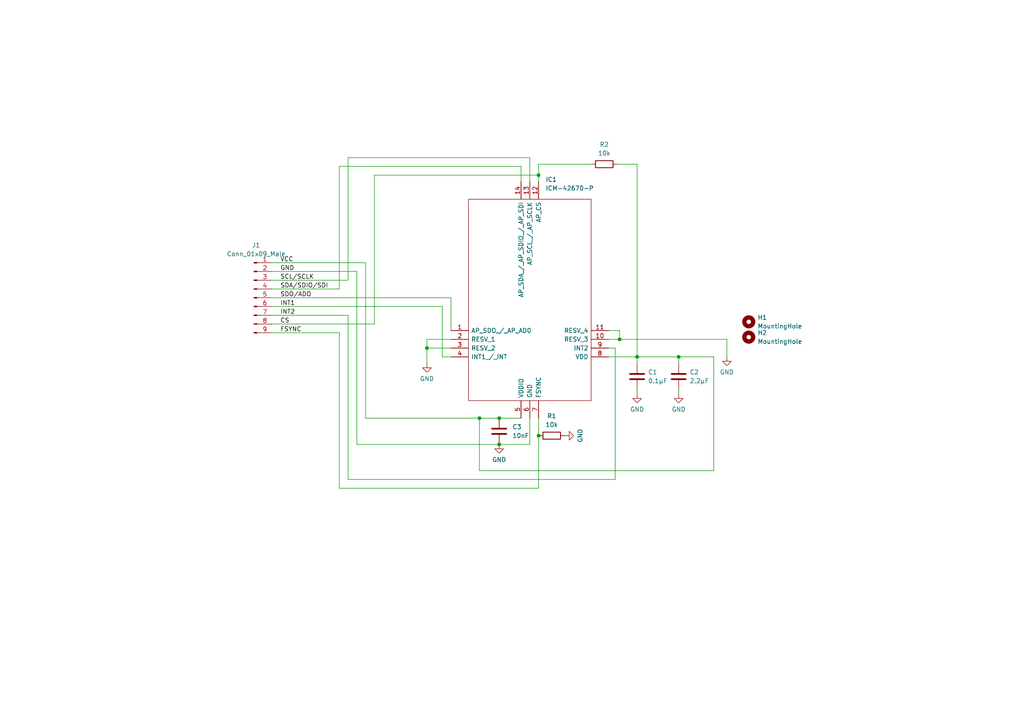
<source format=kicad_sch>
(kicad_sch (version 20211123) (generator eeschema)

  (uuid 6aa6187c-9495-4dd3-b5f7-a42302d02d9a)

  (paper "A4")

  (lib_symbols
    (symbol "Connector:Conn_01x09_Male" (pin_names (offset 1.016) hide) (in_bom yes) (on_board yes)
      (property "Reference" "J" (id 0) (at 0 12.7 0)
        (effects (font (size 1.27 1.27)))
      )
      (property "Value" "Conn_01x09_Male" (id 1) (at 0 -12.7 0)
        (effects (font (size 1.27 1.27)))
      )
      (property "Footprint" "" (id 2) (at 0 0 0)
        (effects (font (size 1.27 1.27)) hide)
      )
      (property "Datasheet" "~" (id 3) (at 0 0 0)
        (effects (font (size 1.27 1.27)) hide)
      )
      (property "ki_keywords" "connector" (id 4) (at 0 0 0)
        (effects (font (size 1.27 1.27)) hide)
      )
      (property "ki_description" "Generic connector, single row, 01x09, script generated (kicad-library-utils/schlib/autogen/connector/)" (id 5) (at 0 0 0)
        (effects (font (size 1.27 1.27)) hide)
      )
      (property "ki_fp_filters" "Connector*:*_1x??_*" (id 6) (at 0 0 0)
        (effects (font (size 1.27 1.27)) hide)
      )
      (symbol "Conn_01x09_Male_1_1"
        (polyline
          (pts
            (xy 1.27 -10.16)
            (xy 0.8636 -10.16)
          )
          (stroke (width 0.1524) (type default) (color 0 0 0 0))
          (fill (type none))
        )
        (polyline
          (pts
            (xy 1.27 -7.62)
            (xy 0.8636 -7.62)
          )
          (stroke (width 0.1524) (type default) (color 0 0 0 0))
          (fill (type none))
        )
        (polyline
          (pts
            (xy 1.27 -5.08)
            (xy 0.8636 -5.08)
          )
          (stroke (width 0.1524) (type default) (color 0 0 0 0))
          (fill (type none))
        )
        (polyline
          (pts
            (xy 1.27 -2.54)
            (xy 0.8636 -2.54)
          )
          (stroke (width 0.1524) (type default) (color 0 0 0 0))
          (fill (type none))
        )
        (polyline
          (pts
            (xy 1.27 0)
            (xy 0.8636 0)
          )
          (stroke (width 0.1524) (type default) (color 0 0 0 0))
          (fill (type none))
        )
        (polyline
          (pts
            (xy 1.27 2.54)
            (xy 0.8636 2.54)
          )
          (stroke (width 0.1524) (type default) (color 0 0 0 0))
          (fill (type none))
        )
        (polyline
          (pts
            (xy 1.27 5.08)
            (xy 0.8636 5.08)
          )
          (stroke (width 0.1524) (type default) (color 0 0 0 0))
          (fill (type none))
        )
        (polyline
          (pts
            (xy 1.27 7.62)
            (xy 0.8636 7.62)
          )
          (stroke (width 0.1524) (type default) (color 0 0 0 0))
          (fill (type none))
        )
        (polyline
          (pts
            (xy 1.27 10.16)
            (xy 0.8636 10.16)
          )
          (stroke (width 0.1524) (type default) (color 0 0 0 0))
          (fill (type none))
        )
        (rectangle (start 0.8636 -10.033) (end 0 -10.287)
          (stroke (width 0.1524) (type default) (color 0 0 0 0))
          (fill (type outline))
        )
        (rectangle (start 0.8636 -7.493) (end 0 -7.747)
          (stroke (width 0.1524) (type default) (color 0 0 0 0))
          (fill (type outline))
        )
        (rectangle (start 0.8636 -4.953) (end 0 -5.207)
          (stroke (width 0.1524) (type default) (color 0 0 0 0))
          (fill (type outline))
        )
        (rectangle (start 0.8636 -2.413) (end 0 -2.667)
          (stroke (width 0.1524) (type default) (color 0 0 0 0))
          (fill (type outline))
        )
        (rectangle (start 0.8636 0.127) (end 0 -0.127)
          (stroke (width 0.1524) (type default) (color 0 0 0 0))
          (fill (type outline))
        )
        (rectangle (start 0.8636 2.667) (end 0 2.413)
          (stroke (width 0.1524) (type default) (color 0 0 0 0))
          (fill (type outline))
        )
        (rectangle (start 0.8636 5.207) (end 0 4.953)
          (stroke (width 0.1524) (type default) (color 0 0 0 0))
          (fill (type outline))
        )
        (rectangle (start 0.8636 7.747) (end 0 7.493)
          (stroke (width 0.1524) (type default) (color 0 0 0 0))
          (fill (type outline))
        )
        (rectangle (start 0.8636 10.287) (end 0 10.033)
          (stroke (width 0.1524) (type default) (color 0 0 0 0))
          (fill (type outline))
        )
        (pin passive line (at 5.08 10.16 180) (length 3.81)
          (name "Pin_1" (effects (font (size 1.27 1.27))))
          (number "1" (effects (font (size 1.27 1.27))))
        )
        (pin passive line (at 5.08 7.62 180) (length 3.81)
          (name "Pin_2" (effects (font (size 1.27 1.27))))
          (number "2" (effects (font (size 1.27 1.27))))
        )
        (pin passive line (at 5.08 5.08 180) (length 3.81)
          (name "Pin_3" (effects (font (size 1.27 1.27))))
          (number "3" (effects (font (size 1.27 1.27))))
        )
        (pin passive line (at 5.08 2.54 180) (length 3.81)
          (name "Pin_4" (effects (font (size 1.27 1.27))))
          (number "4" (effects (font (size 1.27 1.27))))
        )
        (pin passive line (at 5.08 0 180) (length 3.81)
          (name "Pin_5" (effects (font (size 1.27 1.27))))
          (number "5" (effects (font (size 1.27 1.27))))
        )
        (pin passive line (at 5.08 -2.54 180) (length 3.81)
          (name "Pin_6" (effects (font (size 1.27 1.27))))
          (number "6" (effects (font (size 1.27 1.27))))
        )
        (pin passive line (at 5.08 -5.08 180) (length 3.81)
          (name "Pin_7" (effects (font (size 1.27 1.27))))
          (number "7" (effects (font (size 1.27 1.27))))
        )
        (pin passive line (at 5.08 -7.62 180) (length 3.81)
          (name "Pin_8" (effects (font (size 1.27 1.27))))
          (number "8" (effects (font (size 1.27 1.27))))
        )
        (pin passive line (at 5.08 -10.16 180) (length 3.81)
          (name "Pin_9" (effects (font (size 1.27 1.27))))
          (number "9" (effects (font (size 1.27 1.27))))
        )
      )
    )
    (symbol "Device:C" (pin_numbers hide) (pin_names (offset 0.254)) (in_bom yes) (on_board yes)
      (property "Reference" "C" (id 0) (at 0.635 2.54 0)
        (effects (font (size 1.27 1.27)) (justify left))
      )
      (property "Value" "C" (id 1) (at 0.635 -2.54 0)
        (effects (font (size 1.27 1.27)) (justify left))
      )
      (property "Footprint" "" (id 2) (at 0.9652 -3.81 0)
        (effects (font (size 1.27 1.27)) hide)
      )
      (property "Datasheet" "~" (id 3) (at 0 0 0)
        (effects (font (size 1.27 1.27)) hide)
      )
      (property "ki_keywords" "cap capacitor" (id 4) (at 0 0 0)
        (effects (font (size 1.27 1.27)) hide)
      )
      (property "ki_description" "Unpolarized capacitor" (id 5) (at 0 0 0)
        (effects (font (size 1.27 1.27)) hide)
      )
      (property "ki_fp_filters" "C_*" (id 6) (at 0 0 0)
        (effects (font (size 1.27 1.27)) hide)
      )
      (symbol "C_0_1"
        (polyline
          (pts
            (xy -2.032 -0.762)
            (xy 2.032 -0.762)
          )
          (stroke (width 0.508) (type default) (color 0 0 0 0))
          (fill (type none))
        )
        (polyline
          (pts
            (xy -2.032 0.762)
            (xy 2.032 0.762)
          )
          (stroke (width 0.508) (type default) (color 0 0 0 0))
          (fill (type none))
        )
      )
      (symbol "C_1_1"
        (pin passive line (at 0 3.81 270) (length 2.794)
          (name "~" (effects (font (size 1.27 1.27))))
          (number "1" (effects (font (size 1.27 1.27))))
        )
        (pin passive line (at 0 -3.81 90) (length 2.794)
          (name "~" (effects (font (size 1.27 1.27))))
          (number "2" (effects (font (size 1.27 1.27))))
        )
      )
    )
    (symbol "Device:R" (pin_numbers hide) (pin_names (offset 0)) (in_bom yes) (on_board yes)
      (property "Reference" "R" (id 0) (at 2.032 0 90)
        (effects (font (size 1.27 1.27)))
      )
      (property "Value" "R" (id 1) (at 0 0 90)
        (effects (font (size 1.27 1.27)))
      )
      (property "Footprint" "" (id 2) (at -1.778 0 90)
        (effects (font (size 1.27 1.27)) hide)
      )
      (property "Datasheet" "~" (id 3) (at 0 0 0)
        (effects (font (size 1.27 1.27)) hide)
      )
      (property "ki_keywords" "R res resistor" (id 4) (at 0 0 0)
        (effects (font (size 1.27 1.27)) hide)
      )
      (property "ki_description" "Resistor" (id 5) (at 0 0 0)
        (effects (font (size 1.27 1.27)) hide)
      )
      (property "ki_fp_filters" "R_*" (id 6) (at 0 0 0)
        (effects (font (size 1.27 1.27)) hide)
      )
      (symbol "R_0_1"
        (rectangle (start -1.016 -2.54) (end 1.016 2.54)
          (stroke (width 0.254) (type default) (color 0 0 0 0))
          (fill (type none))
        )
      )
      (symbol "R_1_1"
        (pin passive line (at 0 3.81 270) (length 1.27)
          (name "~" (effects (font (size 1.27 1.27))))
          (number "1" (effects (font (size 1.27 1.27))))
        )
        (pin passive line (at 0 -3.81 90) (length 1.27)
          (name "~" (effects (font (size 1.27 1.27))))
          (number "2" (effects (font (size 1.27 1.27))))
        )
      )
    )
    (symbol "LibLoader:ICM-42670-P" (pin_names (offset 0.762)) (in_bom yes) (on_board yes)
      (property "Reference" "IC" (id 0) (at 41.91 43.18 0)
        (effects (font (size 1.27 1.27)) (justify left))
      )
      (property "Value" "ICM-42670-P" (id 1) (at 41.91 40.64 0)
        (effects (font (size 1.27 1.27)) (justify left))
      )
      (property "Footprint" "ICM42670P" (id 2) (at 41.91 38.1 0)
        (effects (font (size 1.27 1.27)) (justify left) hide)
      )
      (property "Datasheet" "https://3cfeqx1hf82y3xcoull08ihx-wpengine.netdna-ssl.com/wp-content/uploads/2021/07/DS-000451-ICM-42670-P-v1.0.pdf" (id 3) (at 41.91 35.56 0)
        (effects (font (size 1.27 1.27)) (justify left) hide)
      )
      (property "Description" "IMUs - Inertial Measurement Units Low-Power, Premium Performance 6-Axis MotionTrackingTM IMU with I3C, I2C and SPI interface in 2.5mm x 3mm Package" (id 4) (at 41.91 33.02 0)
        (effects (font (size 1.27 1.27)) (justify left) hide)
      )
      (property "Height" "" (id 5) (at 41.91 30.48 0)
        (effects (font (size 1.27 1.27)) (justify left) hide)
      )
      (property "Manufacturer_Name" "TDK" (id 6) (at 41.91 27.94 0)
        (effects (font (size 1.27 1.27)) (justify left) hide)
      )
      (property "Manufacturer_Part_Number" "ICM-42670-P" (id 7) (at 41.91 25.4 0)
        (effects (font (size 1.27 1.27)) (justify left) hide)
      )
      (property "Mouser Part Number" "410-ICM-42670-P" (id 8) (at 41.91 22.86 0)
        (effects (font (size 1.27 1.27)) (justify left) hide)
      )
      (property "Mouser Price/Stock" "https://www.mouser.co.uk/ProductDetail/TDK-InvenSense/ICM-42670-P?qs=iLbezkQI%252BsgK8sMF5V7fQQ%3D%3D" (id 9) (at 41.91 20.32 0)
        (effects (font (size 1.27 1.27)) (justify left) hide)
      )
      (property "Arrow Part Number" "ICM-42670-P" (id 10) (at 41.91 17.78 0)
        (effects (font (size 1.27 1.27)) (justify left) hide)
      )
      (property "Arrow Price/Stock" "https://www.arrow.com/en/products/icm-42670-p/invensense?region=europe" (id 11) (at 41.91 15.24 0)
        (effects (font (size 1.27 1.27)) (justify left) hide)
      )
      (property "ki_description" "IMUs - Inertial Measurement Units Low-Power, Premium Performance 6-Axis MotionTrackingTM IMU with I3C, I2C and SPI interface in 2.5mm x 3mm Package" (id 12) (at 0 0 0)
        (effects (font (size 1.27 1.27)) hide)
      )
      (symbol "ICM-42670-P_0_0"
        (pin passive line (at 0 0 0) (length 5.08)
          (name "AP_SDO_/_AP_AD0" (effects (font (size 1.27 1.27))))
          (number "1" (effects (font (size 1.27 1.27))))
        )
        (pin passive line (at 45.72 -2.54 180) (length 5.08)
          (name "RESV_3" (effects (font (size 1.27 1.27))))
          (number "10" (effects (font (size 1.27 1.27))))
        )
        (pin passive line (at 45.72 0 180) (length 5.08)
          (name "RESV_4" (effects (font (size 1.27 1.27))))
          (number "11" (effects (font (size 1.27 1.27))))
        )
        (pin passive line (at 25.4 43.18 270) (length 5.08)
          (name "AP_CS" (effects (font (size 1.27 1.27))))
          (number "12" (effects (font (size 1.27 1.27))))
        )
        (pin passive line (at 22.86 43.18 270) (length 5.08)
          (name "AP_SCL_/_AP_SCLK" (effects (font (size 1.27 1.27))))
          (number "13" (effects (font (size 1.27 1.27))))
        )
        (pin passive line (at 20.32 43.18 270) (length 5.08)
          (name "AP_SDA_/_AP_SDIO_/_AP_SDI" (effects (font (size 1.27 1.27))))
          (number "14" (effects (font (size 1.27 1.27))))
        )
        (pin passive line (at 0 -2.54 0) (length 5.08)
          (name "RESV_1" (effects (font (size 1.27 1.27))))
          (number "2" (effects (font (size 1.27 1.27))))
        )
        (pin passive line (at 0 -5.08 0) (length 5.08)
          (name "RESV_2" (effects (font (size 1.27 1.27))))
          (number "3" (effects (font (size 1.27 1.27))))
        )
        (pin passive line (at 0 -7.62 0) (length 5.08)
          (name "INT1_/_INT" (effects (font (size 1.27 1.27))))
          (number "4" (effects (font (size 1.27 1.27))))
        )
        (pin passive line (at 20.32 -25.4 90) (length 5.08)
          (name "VDDIO" (effects (font (size 1.27 1.27))))
          (number "5" (effects (font (size 1.27 1.27))))
        )
        (pin passive line (at 22.86 -25.4 90) (length 5.08)
          (name "GND" (effects (font (size 1.27 1.27))))
          (number "6" (effects (font (size 1.27 1.27))))
        )
        (pin passive line (at 25.4 -25.4 90) (length 5.08)
          (name "FSYNC" (effects (font (size 1.27 1.27))))
          (number "7" (effects (font (size 1.27 1.27))))
        )
        (pin passive line (at 45.72 -7.62 180) (length 5.08)
          (name "VDD" (effects (font (size 1.27 1.27))))
          (number "8" (effects (font (size 1.27 1.27))))
        )
        (pin passive line (at 45.72 -5.08 180) (length 5.08)
          (name "INT2" (effects (font (size 1.27 1.27))))
          (number "9" (effects (font (size 1.27 1.27))))
        )
      )
      (symbol "ICM-42670-P_0_1"
        (polyline
          (pts
            (xy 5.08 38.1)
            (xy 40.64 38.1)
            (xy 40.64 -20.32)
            (xy 5.08 -20.32)
            (xy 5.08 38.1)
          )
          (stroke (width 0.1524) (type default) (color 0 0 0 0))
          (fill (type none))
        )
      )
    )
    (symbol "Mechanical:MountingHole" (pin_names (offset 1.016)) (in_bom yes) (on_board yes)
      (property "Reference" "H" (id 0) (at 0 5.08 0)
        (effects (font (size 1.27 1.27)))
      )
      (property "Value" "MountingHole" (id 1) (at 0 3.175 0)
        (effects (font (size 1.27 1.27)))
      )
      (property "Footprint" "" (id 2) (at 0 0 0)
        (effects (font (size 1.27 1.27)) hide)
      )
      (property "Datasheet" "~" (id 3) (at 0 0 0)
        (effects (font (size 1.27 1.27)) hide)
      )
      (property "ki_keywords" "mounting hole" (id 4) (at 0 0 0)
        (effects (font (size 1.27 1.27)) hide)
      )
      (property "ki_description" "Mounting Hole without connection" (id 5) (at 0 0 0)
        (effects (font (size 1.27 1.27)) hide)
      )
      (property "ki_fp_filters" "MountingHole*" (id 6) (at 0 0 0)
        (effects (font (size 1.27 1.27)) hide)
      )
      (symbol "MountingHole_0_1"
        (circle (center 0 0) (radius 1.27)
          (stroke (width 1.27) (type default) (color 0 0 0 0))
          (fill (type none))
        )
      )
    )
    (symbol "power:GND" (power) (pin_names (offset 0)) (in_bom yes) (on_board yes)
      (property "Reference" "#PWR" (id 0) (at 0 -6.35 0)
        (effects (font (size 1.27 1.27)) hide)
      )
      (property "Value" "GND" (id 1) (at 0 -3.81 0)
        (effects (font (size 1.27 1.27)))
      )
      (property "Footprint" "" (id 2) (at 0 0 0)
        (effects (font (size 1.27 1.27)) hide)
      )
      (property "Datasheet" "" (id 3) (at 0 0 0)
        (effects (font (size 1.27 1.27)) hide)
      )
      (property "ki_keywords" "power-flag" (id 4) (at 0 0 0)
        (effects (font (size 1.27 1.27)) hide)
      )
      (property "ki_description" "Power symbol creates a global label with name \"GND\" , ground" (id 5) (at 0 0 0)
        (effects (font (size 1.27 1.27)) hide)
      )
      (symbol "GND_0_1"
        (polyline
          (pts
            (xy 0 0)
            (xy 0 -1.27)
            (xy 1.27 -1.27)
            (xy 0 -2.54)
            (xy -1.27 -1.27)
            (xy 0 -1.27)
          )
          (stroke (width 0) (type default) (color 0 0 0 0))
          (fill (type none))
        )
      )
      (symbol "GND_1_1"
        (pin power_in line (at 0 0 270) (length 0) hide
          (name "GND" (effects (font (size 1.27 1.27))))
          (number "1" (effects (font (size 1.27 1.27))))
        )
      )
    )
  )

  (junction (at 156.21 126.365) (diameter 0) (color 0 0 0 0)
    (uuid 0da800c1-0777-45f2-b3f4-db8e6732273d)
  )
  (junction (at 123.825 100.965) (diameter 0) (color 0 0 0 0)
    (uuid 0ff80c18-a128-4c54-b05a-ee5e1b77f6a8)
  )
  (junction (at 139.065 121.285) (diameter 0) (color 0 0 0 0)
    (uuid 3b0bfcd2-73b3-4b21-928a-09d7c95f3782)
  )
  (junction (at 179.705 98.425) (diameter 0) (color 0 0 0 0)
    (uuid 4b906e71-d74c-4538-ae0b-335ec044f8fd)
  )
  (junction (at 144.78 128.905) (diameter 0) (color 0 0 0 0)
    (uuid 4eb3e659-1dd7-4300-9960-b829b32c700e)
  )
  (junction (at 196.85 103.505) (diameter 0) (color 0 0 0 0)
    (uuid c1a662cf-af3a-486b-bcca-4b11eda83ea4)
  )
  (junction (at 184.785 103.505) (diameter 0) (color 0 0 0 0)
    (uuid ddbe3737-81ca-4123-a475-eed48b627b49)
  )
  (junction (at 144.78 121.285) (diameter 0) (color 0 0 0 0)
    (uuid f2a60a6e-5c85-4a3d-94ef-2f72e04e246b)
  )
  (junction (at 156.21 50.8) (diameter 0) (color 0 0 0 0)
    (uuid f2b665be-97f4-40ae-8c15-9550de65595c)
  )

  (wire (pts (xy 108.585 93.98) (xy 78.74 93.98))
    (stroke (width 0) (type default) (color 0 0 0 0))
    (uuid 08278bf4-f6e9-44ff-9adf-6e32e38a8a34)
  )
  (wire (pts (xy 210.82 98.425) (xy 179.705 98.425))
    (stroke (width 0) (type default) (color 0 0 0 0))
    (uuid 0a5c719c-d8d2-4a65-a07a-1e099a6be6cb)
  )
  (wire (pts (xy 153.67 128.905) (xy 144.78 128.905))
    (stroke (width 0) (type default) (color 0 0 0 0))
    (uuid 0dc6b7f8-2ccc-4af7-8e2a-602a94223a91)
  )
  (wire (pts (xy 108.585 50.8) (xy 156.21 50.8))
    (stroke (width 0) (type default) (color 0 0 0 0))
    (uuid 14b9b80e-e851-403c-a8b4-b98cb4b23b9e)
  )
  (wire (pts (xy 156.21 126.365) (xy 156.21 141.605))
    (stroke (width 0) (type default) (color 0 0 0 0))
    (uuid 1b0dd995-389a-48c0-b102-7df1b0fea211)
  )
  (wire (pts (xy 128.27 88.9) (xy 78.74 88.9))
    (stroke (width 0) (type default) (color 0 0 0 0))
    (uuid 23e2adec-786a-4f8e-b554-c8b6b88104f6)
  )
  (wire (pts (xy 207.01 136.525) (xy 139.065 136.525))
    (stroke (width 0) (type default) (color 0 0 0 0))
    (uuid 258f6bb3-5ee1-4e82-adfd-1f3954e6ef81)
  )
  (wire (pts (xy 196.85 113.03) (xy 196.85 114.3))
    (stroke (width 0) (type default) (color 0 0 0 0))
    (uuid 284d9e68-0db5-4a60-9976-201516ad8dab)
  )
  (wire (pts (xy 130.81 98.425) (xy 123.825 98.425))
    (stroke (width 0) (type default) (color 0 0 0 0))
    (uuid 2e5760a1-b110-41d2-85f0-131f2c8c192b)
  )
  (wire (pts (xy 108.585 50.8) (xy 108.585 93.98))
    (stroke (width 0) (type default) (color 0 0 0 0))
    (uuid 331ca668-bbf5-48b1-aed8-54ff81d05714)
  )
  (wire (pts (xy 207.01 103.505) (xy 207.01 136.525))
    (stroke (width 0) (type default) (color 0 0 0 0))
    (uuid 3390f95b-f427-452c-ba0f-36ede5955ad1)
  )
  (wire (pts (xy 176.53 100.965) (xy 178.435 100.965))
    (stroke (width 0) (type default) (color 0 0 0 0))
    (uuid 37e9674c-2f6c-4e0e-b6f5-c4615d1983c4)
  )
  (wire (pts (xy 153.67 121.285) (xy 153.67 128.905))
    (stroke (width 0) (type default) (color 0 0 0 0))
    (uuid 3c45b20a-b496-47fb-b751-38620ce2c315)
  )
  (wire (pts (xy 144.78 121.285) (xy 151.13 121.285))
    (stroke (width 0) (type default) (color 0 0 0 0))
    (uuid 3d8756c9-d5b3-44a9-9aec-f289a2fba65d)
  )
  (wire (pts (xy 144.78 128.905) (xy 103.505 128.905))
    (stroke (width 0) (type default) (color 0 0 0 0))
    (uuid 3e5035bf-d131-4e92-af68-3a30370f3617)
  )
  (wire (pts (xy 130.81 86.36) (xy 78.74 86.36))
    (stroke (width 0) (type default) (color 0 0 0 0))
    (uuid 44a563e6-5e10-4ff6-a1a3-f098fe4060f8)
  )
  (wire (pts (xy 78.74 96.52) (xy 98.425 96.52))
    (stroke (width 0) (type default) (color 0 0 0 0))
    (uuid 476668cb-ed93-4eab-b6c6-5e5ae3813980)
  )
  (wire (pts (xy 100.965 45.72) (xy 153.67 45.72))
    (stroke (width 0) (type default) (color 0 0 0 0))
    (uuid 48970dcd-529a-468f-bfa0-d296620d18aa)
  )
  (wire (pts (xy 98.425 141.605) (xy 156.21 141.605))
    (stroke (width 0) (type default) (color 0 0 0 0))
    (uuid 4a5bd3f3-d3ac-411e-b130-ba2447d7953a)
  )
  (wire (pts (xy 98.425 141.605) (xy 98.425 96.52))
    (stroke (width 0) (type default) (color 0 0 0 0))
    (uuid 532dd6eb-45c1-451a-95c3-e5be817d495e)
  )
  (wire (pts (xy 156.21 50.8) (xy 156.21 47.625))
    (stroke (width 0) (type default) (color 0 0 0 0))
    (uuid 57a3c5f6-ae35-4790-a9c5-c9c045528cc1)
  )
  (wire (pts (xy 178.435 139.065) (xy 100.965 139.065))
    (stroke (width 0) (type default) (color 0 0 0 0))
    (uuid 57f4e06f-ca8d-4e2b-8f8a-740faccaaf96)
  )
  (wire (pts (xy 176.53 95.885) (xy 179.705 95.885))
    (stroke (width 0) (type default) (color 0 0 0 0))
    (uuid 5a3f901f-e3ee-4f1c-9eb1-2dac880c8ab8)
  )
  (wire (pts (xy 98.425 48.26) (xy 98.425 83.82))
    (stroke (width 0) (type default) (color 0 0 0 0))
    (uuid 5bbe8fa2-f467-4753-8582-736377f824c1)
  )
  (wire (pts (xy 176.53 103.505) (xy 184.785 103.505))
    (stroke (width 0) (type default) (color 0 0 0 0))
    (uuid 635f7afe-5652-40e4-9e28-0568ce7f9259)
  )
  (wire (pts (xy 196.85 103.505) (xy 207.01 103.505))
    (stroke (width 0) (type default) (color 0 0 0 0))
    (uuid 6893be59-312f-4ef3-ba81-abb9baffb8d1)
  )
  (wire (pts (xy 100.965 91.44) (xy 100.965 139.065))
    (stroke (width 0) (type default) (color 0 0 0 0))
    (uuid 6d143a5f-8ac7-4a42-a4e7-533597acdb0e)
  )
  (wire (pts (xy 196.85 103.505) (xy 184.785 103.505))
    (stroke (width 0) (type default) (color 0 0 0 0))
    (uuid 7216ea7e-dd74-4c04-9656-feadbe5c99f4)
  )
  (wire (pts (xy 98.425 83.82) (xy 78.74 83.82))
    (stroke (width 0) (type default) (color 0 0 0 0))
    (uuid 77d4d80e-f043-4268-b9e4-ba4e66d59abe)
  )
  (wire (pts (xy 151.13 52.705) (xy 151.13 48.26))
    (stroke (width 0) (type default) (color 0 0 0 0))
    (uuid 782a07c0-2ce4-48e8-8445-8eadb76ad553)
  )
  (wire (pts (xy 139.065 121.285) (xy 144.78 121.285))
    (stroke (width 0) (type default) (color 0 0 0 0))
    (uuid 7a2491f6-eb44-4102-bfd0-bf232cc6447a)
  )
  (wire (pts (xy 184.785 105.41) (xy 184.785 103.505))
    (stroke (width 0) (type default) (color 0 0 0 0))
    (uuid 7beb8328-0cdc-493f-8c3c-1ec52b130b19)
  )
  (wire (pts (xy 123.825 100.965) (xy 130.81 100.965))
    (stroke (width 0) (type default) (color 0 0 0 0))
    (uuid 7d0c2f89-fe19-422e-aa8b-3954aa4aa131)
  )
  (wire (pts (xy 151.13 48.26) (xy 98.425 48.26))
    (stroke (width 0) (type default) (color 0 0 0 0))
    (uuid 7d517f7f-9b24-4ee8-a5cd-861e01b0cbc0)
  )
  (wire (pts (xy 103.505 128.905) (xy 103.505 78.74))
    (stroke (width 0) (type default) (color 0 0 0 0))
    (uuid 804ce262-a6e2-4f53-a9f8-95c4bbbc933f)
  )
  (wire (pts (xy 139.065 136.525) (xy 139.065 121.285))
    (stroke (width 0) (type default) (color 0 0 0 0))
    (uuid 8ea4bec1-c534-4a9c-900e-29850e126eb8)
  )
  (wire (pts (xy 130.81 103.505) (xy 128.27 103.505))
    (stroke (width 0) (type default) (color 0 0 0 0))
    (uuid 909aa3aa-a65d-472b-bd5f-c1fa04903a2f)
  )
  (wire (pts (xy 179.705 95.885) (xy 179.705 98.425))
    (stroke (width 0) (type default) (color 0 0 0 0))
    (uuid 954a6d1b-991d-4480-a2e7-81aae0b7241a)
  )
  (wire (pts (xy 128.27 88.9) (xy 128.27 103.505))
    (stroke (width 0) (type default) (color 0 0 0 0))
    (uuid 97864ba0-2cf1-4e4a-a21a-348acaabc3fe)
  )
  (wire (pts (xy 139.065 121.285) (xy 106.045 121.285))
    (stroke (width 0) (type default) (color 0 0 0 0))
    (uuid 97c14092-638b-44ed-a9ca-d1275f00e102)
  )
  (wire (pts (xy 184.785 47.625) (xy 179.07 47.625))
    (stroke (width 0) (type default) (color 0 0 0 0))
    (uuid 9b69837d-437d-4f11-beee-180ac7928c37)
  )
  (wire (pts (xy 130.81 95.885) (xy 130.81 86.36))
    (stroke (width 0) (type default) (color 0 0 0 0))
    (uuid 9ec90f57-6c82-4907-b81d-40fec79e711b)
  )
  (wire (pts (xy 106.045 76.2) (xy 78.74 76.2))
    (stroke (width 0) (type default) (color 0 0 0 0))
    (uuid a196f5bf-be1d-4e37-bd4c-b27ba5e9b7ce)
  )
  (wire (pts (xy 100.965 81.28) (xy 78.74 81.28))
    (stroke (width 0) (type default) (color 0 0 0 0))
    (uuid abf81e1d-0a38-41aa-8016-b4092fc71abe)
  )
  (wire (pts (xy 178.435 100.965) (xy 178.435 139.065))
    (stroke (width 0) (type default) (color 0 0 0 0))
    (uuid b4fced56-7395-4cec-beee-d728fab2953b)
  )
  (wire (pts (xy 100.965 91.44) (xy 78.74 91.44))
    (stroke (width 0) (type default) (color 0 0 0 0))
    (uuid b6b0b082-3ad5-486d-9247-7e4db31838ef)
  )
  (wire (pts (xy 103.505 78.74) (xy 78.74 78.74))
    (stroke (width 0) (type default) (color 0 0 0 0))
    (uuid c32aae8c-85d8-40e1-8d34-d6c65969dc68)
  )
  (wire (pts (xy 106.045 121.285) (xy 106.045 76.2))
    (stroke (width 0) (type default) (color 0 0 0 0))
    (uuid c4fbd63d-fa0d-483e-b447-a2bcb1e51d7b)
  )
  (wire (pts (xy 123.825 98.425) (xy 123.825 100.965))
    (stroke (width 0) (type default) (color 0 0 0 0))
    (uuid c6a74b6e-5628-4a59-819e-4927741eac0a)
  )
  (wire (pts (xy 100.965 45.72) (xy 100.965 81.28))
    (stroke (width 0) (type default) (color 0 0 0 0))
    (uuid cafaa590-ddf3-45bf-92ff-39086ea51d86)
  )
  (wire (pts (xy 156.21 121.285) (xy 156.21 126.365))
    (stroke (width 0) (type default) (color 0 0 0 0))
    (uuid cc453868-b015-431a-bc1d-df2932da9003)
  )
  (wire (pts (xy 210.82 103.505) (xy 210.82 98.425))
    (stroke (width 0) (type default) (color 0 0 0 0))
    (uuid d467d13a-bd59-4828-b5e4-d8b6a0a7191f)
  )
  (wire (pts (xy 184.785 103.505) (xy 184.785 47.625))
    (stroke (width 0) (type default) (color 0 0 0 0))
    (uuid d51e6566-6a4c-481f-95e7-4fbcbeb044af)
  )
  (wire (pts (xy 156.21 47.625) (xy 171.45 47.625))
    (stroke (width 0) (type default) (color 0 0 0 0))
    (uuid dca474f7-8c4d-4a65-b8f2-d6aa919d3a8f)
  )
  (wire (pts (xy 123.825 105.41) (xy 123.825 100.965))
    (stroke (width 0) (type default) (color 0 0 0 0))
    (uuid e006f465-a79e-453e-8d68-b7b74db329c7)
  )
  (wire (pts (xy 196.85 105.41) (xy 196.85 103.505))
    (stroke (width 0) (type default) (color 0 0 0 0))
    (uuid e400673e-ac50-43e0-9639-03d249fb1d2b)
  )
  (wire (pts (xy 179.705 98.425) (xy 176.53 98.425))
    (stroke (width 0) (type default) (color 0 0 0 0))
    (uuid ea48606d-c90b-456a-9e1d-936bbed276e7)
  )
  (wire (pts (xy 153.67 52.705) (xy 153.67 45.72))
    (stroke (width 0) (type default) (color 0 0 0 0))
    (uuid eb318edc-8b7a-431b-b85e-bdcaec8aa431)
  )
  (wire (pts (xy 184.785 113.03) (xy 184.785 114.3))
    (stroke (width 0) (type default) (color 0 0 0 0))
    (uuid ec9eb852-ab25-4b4d-93c8-78b9a37c585d)
  )
  (wire (pts (xy 156.21 50.8) (xy 156.21 52.705))
    (stroke (width 0) (type default) (color 0 0 0 0))
    (uuid fa2b69e3-c6e0-4db4-9632-3639643efa12)
  )

  (label "VCC" (at 81.28 76.2 0)
    (effects (font (size 1.27 1.27)) (justify left bottom))
    (uuid 2de14855-99b9-4e80-ab04-2f4d0794d55e)
  )
  (label "SCL{slash}SCLK" (at 81.28 81.28 0)
    (effects (font (size 1.27 1.27)) (justify left bottom))
    (uuid 534e9e5d-fb01-4b0f-b809-554641fc4483)
  )
  (label "INT1" (at 81.28 88.9 0)
    (effects (font (size 1.27 1.27)) (justify left bottom))
    (uuid 59a542be-bb0f-4fe6-b30a-600d14f5e5af)
  )
  (label "SDO{slash}ADO" (at 81.28 86.36 0)
    (effects (font (size 1.27 1.27)) (justify left bottom))
    (uuid 754ccc35-d988-411d-ac9d-7008e0c35475)
  )
  (label "INT2" (at 81.28 91.44 0)
    (effects (font (size 1.27 1.27)) (justify left bottom))
    (uuid 78ad5942-dcce-4cbf-9342-655eff4f2a06)
  )
  (label "FSYNC" (at 81.28 96.52 0)
    (effects (font (size 1.27 1.27)) (justify left bottom))
    (uuid 9fa6f85c-08e7-4405-8cfb-44e0c1d18e63)
  )
  (label "CS" (at 81.28 93.98 0)
    (effects (font (size 1.27 1.27)) (justify left bottom))
    (uuid a9a2eff8-153e-42e1-90bd-6f1168476c6a)
  )
  (label "GND" (at 81.28 78.74 0)
    (effects (font (size 1.27 1.27)) (justify left bottom))
    (uuid bc8e9dce-0132-4f8b-85d2-09027f01ee9f)
  )
  (label "SDA{slash}SDIO{slash}SDI" (at 81.28 83.82 0)
    (effects (font (size 1.27 1.27)) (justify left bottom))
    (uuid c326721a-2b0f-4317-9f36-121e2a831439)
  )

  (symbol (lib_id "Connector:Conn_01x09_Male") (at 73.66 86.36 0) (unit 1)
    (in_bom yes) (on_board yes) (fields_autoplaced)
    (uuid 03ae3e0f-099f-41af-a118-b24c897d0ef8)
    (property "Reference" "J1" (id 0) (at 74.295 71.12 0))
    (property "Value" "Conn_01x09_Male" (id 1) (at 74.295 73.66 0))
    (property "Footprint" "Connector_PinHeader_2.54mm:PinHeader_1x09_P2.54mm_Vertical" (id 2) (at 73.66 86.36 0)
      (effects (font (size 1.27 1.27)) hide)
    )
    (property "Datasheet" "~" (id 3) (at 73.66 86.36 0)
      (effects (font (size 1.27 1.27)) hide)
    )
    (pin "1" (uuid 7b8d4e58-bccc-4cdc-98dc-98cc98a66f7a))
    (pin "2" (uuid b5c20cf4-39c6-40f0-980b-c945d56e6f3f))
    (pin "3" (uuid aa613cc5-2df5-41eb-8af3-0db5834d4c7e))
    (pin "4" (uuid 8bb34807-5dd1-4509-84cc-7e5855995878))
    (pin "5" (uuid 3db401ec-2d3d-4ed5-8b26-ca34af82897f))
    (pin "6" (uuid f973c8d0-2fe7-4dae-8e3f-7b6063626f6c))
    (pin "7" (uuid a09c9501-e322-4545-af39-824026d143fa))
    (pin "8" (uuid dee0694a-07c9-4142-9f79-a56107b39c37))
    (pin "9" (uuid 5d55c880-33ce-4dac-ae7b-0bdaef3b670f))
  )

  (symbol (lib_id "Device:C") (at 144.78 125.095 0) (unit 1)
    (in_bom yes) (on_board yes) (fields_autoplaced)
    (uuid 25c2e8f7-73e2-4d38-a887-dc5e97394ceb)
    (property "Reference" "C3" (id 0) (at 148.59 123.8249 0)
      (effects (font (size 1.27 1.27)) (justify left))
    )
    (property "Value" "10nF" (id 1) (at 148.59 126.3649 0)
      (effects (font (size 1.27 1.27)) (justify left))
    )
    (property "Footprint" "Capacitor_SMD:C_0805_2012Metric_Pad1.18x1.45mm_HandSolder" (id 2) (at 145.7452 128.905 0)
      (effects (font (size 1.27 1.27)) hide)
    )
    (property "Datasheet" "~" (id 3) (at 144.78 125.095 0)
      (effects (font (size 1.27 1.27)) hide)
    )
    (pin "1" (uuid 7a1faa04-b241-4776-9681-af32d99b7d3e))
    (pin "2" (uuid ec9558f6-6010-4f36-b45a-ff82fb8b3b62))
  )

  (symbol (lib_id "Device:C") (at 184.785 109.22 0) (unit 1)
    (in_bom yes) (on_board yes) (fields_autoplaced)
    (uuid 2822e040-c3c5-4304-bdbc-b8c43da3dd98)
    (property "Reference" "C1" (id 0) (at 187.96 107.9499 0)
      (effects (font (size 1.27 1.27)) (justify left))
    )
    (property "Value" "0.1µF" (id 1) (at 187.96 110.4899 0)
      (effects (font (size 1.27 1.27)) (justify left))
    )
    (property "Footprint" "Capacitor_SMD:C_0805_2012Metric_Pad1.18x1.45mm_HandSolder" (id 2) (at 185.7502 113.03 0)
      (effects (font (size 1.27 1.27)) hide)
    )
    (property "Datasheet" "~" (id 3) (at 184.785 109.22 0)
      (effects (font (size 1.27 1.27)) hide)
    )
    (pin "1" (uuid 02409b54-b605-4788-a55b-fd45181834ee))
    (pin "2" (uuid 7058f660-6693-4163-af96-a36594738131))
  )

  (symbol (lib_id "power:GND") (at 184.785 114.3 0) (unit 1)
    (in_bom yes) (on_board yes) (fields_autoplaced)
    (uuid 29de87a3-c6f7-4a70-8ebf-f7b2fccf4b8b)
    (property "Reference" "#PWR0103" (id 0) (at 184.785 120.65 0)
      (effects (font (size 1.27 1.27)) hide)
    )
    (property "Value" "GND" (id 1) (at 184.785 118.745 0))
    (property "Footprint" "" (id 2) (at 184.785 114.3 0)
      (effects (font (size 1.27 1.27)) hide)
    )
    (property "Datasheet" "" (id 3) (at 184.785 114.3 0)
      (effects (font (size 1.27 1.27)) hide)
    )
    (pin "1" (uuid a3c2f727-5e5b-4642-a67d-0f7dc67576f1))
  )

  (symbol (lib_id "power:GND") (at 123.825 105.41 0) (unit 1)
    (in_bom yes) (on_board yes)
    (uuid 7439dfb7-6cc5-4977-9ddc-879533517bd8)
    (property "Reference" "#PWR0104" (id 0) (at 123.825 111.76 0)
      (effects (font (size 1.27 1.27)) hide)
    )
    (property "Value" "GND" (id 1) (at 123.825 109.855 0))
    (property "Footprint" "" (id 2) (at 123.825 105.41 0)
      (effects (font (size 1.27 1.27)) hide)
    )
    (property "Datasheet" "" (id 3) (at 123.825 105.41 0)
      (effects (font (size 1.27 1.27)) hide)
    )
    (pin "1" (uuid 5e7cb2c1-0b1a-4782-81ac-2b94f7efe0c2))
  )

  (symbol (lib_id "power:GND") (at 210.82 103.505 0) (unit 1)
    (in_bom yes) (on_board yes)
    (uuid 814c01df-e407-4b4b-972c-5dc7f9a1f559)
    (property "Reference" "#PWR0102" (id 0) (at 210.82 109.855 0)
      (effects (font (size 1.27 1.27)) hide)
    )
    (property "Value" "GND" (id 1) (at 210.82 107.95 0))
    (property "Footprint" "" (id 2) (at 210.82 103.505 0)
      (effects (font (size 1.27 1.27)) hide)
    )
    (property "Datasheet" "" (id 3) (at 210.82 103.505 0)
      (effects (font (size 1.27 1.27)) hide)
    )
    (pin "1" (uuid 22e269f6-589c-4f57-abb6-71c87efab7f4))
  )

  (symbol (lib_id "power:GND") (at 163.83 126.365 90) (unit 1)
    (in_bom yes) (on_board yes)
    (uuid a61201b8-307e-4f39-9ef1-7c84fbc3b913)
    (property "Reference" "#PWR0106" (id 0) (at 170.18 126.365 0)
      (effects (font (size 1.27 1.27)) hide)
    )
    (property "Value" "GND" (id 1) (at 168.275 126.365 0))
    (property "Footprint" "" (id 2) (at 163.83 126.365 0)
      (effects (font (size 1.27 1.27)) hide)
    )
    (property "Datasheet" "" (id 3) (at 163.83 126.365 0)
      (effects (font (size 1.27 1.27)) hide)
    )
    (pin "1" (uuid ef9bb3a2-7c71-4f6c-8448-c4da416864e5))
  )

  (symbol (lib_id "Mechanical:MountingHole") (at 217.17 93.345 0) (unit 1)
    (in_bom yes) (on_board yes) (fields_autoplaced)
    (uuid a8dbd935-45c5-4dec-a97a-c6c43c565184)
    (property "Reference" "H1" (id 0) (at 219.71 92.0749 0)
      (effects (font (size 1.27 1.27)) (justify left))
    )
    (property "Value" "MountingHole" (id 1) (at 219.71 94.6149 0)
      (effects (font (size 1.27 1.27)) (justify left))
    )
    (property "Footprint" "MountingHole:MountingHole_2.2mm_M2_DIN965_Pad_TopBottom" (id 2) (at 217.17 93.345 0)
      (effects (font (size 1.27 1.27)) hide)
    )
    (property "Datasheet" "~" (id 3) (at 217.17 93.345 0)
      (effects (font (size 1.27 1.27)) hide)
    )
  )

  (symbol (lib_id "Device:R") (at 160.02 126.365 90) (unit 1)
    (in_bom yes) (on_board yes) (fields_autoplaced)
    (uuid b0bd8b3e-8ab0-4cf3-8307-46e6252cff20)
    (property "Reference" "R1" (id 0) (at 160.02 120.65 90))
    (property "Value" "10k" (id 1) (at 160.02 123.19 90))
    (property "Footprint" "Resistor_SMD:R_0805_2012Metric_Pad1.20x1.40mm_HandSolder" (id 2) (at 160.02 128.143 90)
      (effects (font (size 1.27 1.27)) hide)
    )
    (property "Datasheet" "~" (id 3) (at 160.02 126.365 0)
      (effects (font (size 1.27 1.27)) hide)
    )
    (pin "1" (uuid a0374140-8d58-49b6-8453-ecf6aab45415))
    (pin "2" (uuid dc799679-88a8-4b09-960a-1d123eb7ac6a))
  )

  (symbol (lib_id "Device:R") (at 175.26 47.625 90) (unit 1)
    (in_bom yes) (on_board yes) (fields_autoplaced)
    (uuid ccdf8c39-94a1-444e-a26c-dd7c7fa7d2fb)
    (property "Reference" "R2" (id 0) (at 175.26 41.91 90))
    (property "Value" "10k" (id 1) (at 175.26 44.45 90))
    (property "Footprint" "Resistor_SMD:R_0805_2012Metric_Pad1.20x1.40mm_HandSolder" (id 2) (at 175.26 49.403 90)
      (effects (font (size 1.27 1.27)) hide)
    )
    (property "Datasheet" "~" (id 3) (at 175.26 47.625 0)
      (effects (font (size 1.27 1.27)) hide)
    )
    (pin "1" (uuid 8a67728a-3abe-442e-979c-c4fe118b2942))
    (pin "2" (uuid dbdf8547-3b3d-4359-b585-a46cfd6799dd))
  )

  (symbol (lib_id "Device:C") (at 196.85 109.22 0) (unit 1)
    (in_bom yes) (on_board yes) (fields_autoplaced)
    (uuid d3cd339b-7a7a-4845-b5bf-e29c303d580f)
    (property "Reference" "C2" (id 0) (at 200.025 107.9499 0)
      (effects (font (size 1.27 1.27)) (justify left))
    )
    (property "Value" "2.2µF" (id 1) (at 200.025 110.4899 0)
      (effects (font (size 1.27 1.27)) (justify left))
    )
    (property "Footprint" "Capacitor_SMD:C_0805_2012Metric_Pad1.18x1.45mm_HandSolder" (id 2) (at 197.8152 113.03 0)
      (effects (font (size 1.27 1.27)) hide)
    )
    (property "Datasheet" "~" (id 3) (at 196.85 109.22 0)
      (effects (font (size 1.27 1.27)) hide)
    )
    (pin "1" (uuid 11d73f07-4026-406f-a1c2-049e943a31d8))
    (pin "2" (uuid 7dc6205e-c1bb-4d86-918b-2d418b17a424))
  )

  (symbol (lib_id "power:GND") (at 144.78 128.905 0) (unit 1)
    (in_bom yes) (on_board yes)
    (uuid d5e27871-3aff-4fe4-9865-3f0dd80c469e)
    (property "Reference" "#PWR0105" (id 0) (at 144.78 135.255 0)
      (effects (font (size 1.27 1.27)) hide)
    )
    (property "Value" "GND" (id 1) (at 144.78 133.35 0))
    (property "Footprint" "" (id 2) (at 144.78 128.905 0)
      (effects (font (size 1.27 1.27)) hide)
    )
    (property "Datasheet" "" (id 3) (at 144.78 128.905 0)
      (effects (font (size 1.27 1.27)) hide)
    )
    (pin "1" (uuid 566c29f4-08da-4f88-b88c-c2c5c56b3c48))
  )

  (symbol (lib_id "LibLoader:ICM-42670-P") (at 130.81 95.885 0) (unit 1)
    (in_bom yes) (on_board yes) (fields_autoplaced)
    (uuid ed8aac38-38ad-450b-a264-c16881ca8d47)
    (property "Reference" "IC1" (id 0) (at 158.2294 52.07 0)
      (effects (font (size 1.27 1.27)) (justify left))
    )
    (property "Value" "ICM-42670-P" (id 1) (at 158.2294 54.61 0)
      (effects (font (size 1.27 1.27)) (justify left))
    )
    (property "Footprint" "Library:ICM42670P" (id 2) (at 172.72 57.785 0)
      (effects (font (size 1.27 1.27)) (justify left) hide)
    )
    (property "Datasheet" "https://3cfeqx1hf82y3xcoull08ihx-wpengine.netdna-ssl.com/wp-content/uploads/2021/07/DS-000451-ICM-42670-P-v1.0.pdf" (id 3) (at 172.72 60.325 0)
      (effects (font (size 1.27 1.27)) (justify left) hide)
    )
    (property "Description" "IMUs - Inertial Measurement Units Low-Power, Premium Performance 6-Axis MotionTrackingTM IMU with I3C, I2C and SPI interface in 2.5mm x 3mm Package" (id 4) (at 172.72 62.865 0)
      (effects (font (size 1.27 1.27)) (justify left) hide)
    )
    (property "Height" "" (id 5) (at 172.72 65.405 0)
      (effects (font (size 1.27 1.27)) (justify left) hide)
    )
    (property "Manufacturer_Name" "TDK" (id 6) (at 172.72 67.945 0)
      (effects (font (size 1.27 1.27)) (justify left) hide)
    )
    (property "Manufacturer_Part_Number" "ICM-42670-P" (id 7) (at 172.72 70.485 0)
      (effects (font (size 1.27 1.27)) (justify left) hide)
    )
    (property "Mouser Part Number" "410-ICM-42670-P" (id 8) (at 172.72 73.025 0)
      (effects (font (size 1.27 1.27)) (justify left) hide)
    )
    (property "Mouser Price/Stock" "https://www.mouser.co.uk/ProductDetail/TDK-InvenSense/ICM-42670-P?qs=iLbezkQI%252BsgK8sMF5V7fQQ%3D%3D" (id 9) (at 172.72 75.565 0)
      (effects (font (size 1.27 1.27)) (justify left) hide)
    )
    (property "Arrow Part Number" "ICM-42670-P" (id 10) (at 172.72 78.105 0)
      (effects (font (size 1.27 1.27)) (justify left) hide)
    )
    (property "Arrow Price/Stock" "https://www.arrow.com/en/products/icm-42670-p/invensense?region=europe" (id 11) (at 172.72 80.645 0)
      (effects (font (size 1.27 1.27)) (justify left) hide)
    )
    (pin "1" (uuid b3ebbd0d-0713-4582-b55b-78c0dc9181f0))
    (pin "10" (uuid fa5324ee-c9b7-47b8-9f3e-4959b0bc006d))
    (pin "11" (uuid 3f4b9dcd-0803-4539-ad8c-d4d8015de498))
    (pin "12" (uuid ecaa913e-e846-491c-9390-1367b26f4530))
    (pin "13" (uuid 74602cb8-ce02-45f8-b2d0-1b294b0d0899))
    (pin "14" (uuid d2a8202f-9636-4b65-8755-ed80cd0a6ae4))
    (pin "2" (uuid 69bc3e3a-2fa7-4ef0-98e6-bf1b08ad65c4))
    (pin "3" (uuid e21e899d-8352-4c6e-9983-0711c7b6693c))
    (pin "4" (uuid 262f7e3e-4c9c-4687-83e2-3bf8c282b9ab))
    (pin "5" (uuid a0076690-2e8b-4a97-97e1-0830c217dd49))
    (pin "6" (uuid dc369b70-3416-43fc-abe3-8c79921bb0c1))
    (pin "7" (uuid 9a8c5b86-9b88-4322-a54e-8fee5380c7a6))
    (pin "8" (uuid 62889635-8c6a-4eb0-a084-85a2ad28c2ae))
    (pin "9" (uuid 0f74e45f-6230-4421-beb6-ad7070b7f8b1))
  )

  (symbol (lib_id "Mechanical:MountingHole") (at 217.17 97.79 0) (unit 1)
    (in_bom yes) (on_board yes) (fields_autoplaced)
    (uuid f14fde1f-664f-4400-a5f4-555a26028c9b)
    (property "Reference" "H2" (id 0) (at 219.71 96.5199 0)
      (effects (font (size 1.27 1.27)) (justify left))
    )
    (property "Value" "MountingHole" (id 1) (at 219.71 99.0599 0)
      (effects (font (size 1.27 1.27)) (justify left))
    )
    (property "Footprint" "MountingHole:MountingHole_2.2mm_M2_DIN965_Pad_TopBottom" (id 2) (at 217.17 97.79 0)
      (effects (font (size 1.27 1.27)) hide)
    )
    (property "Datasheet" "~" (id 3) (at 217.17 97.79 0)
      (effects (font (size 1.27 1.27)) hide)
    )
  )

  (symbol (lib_id "power:GND") (at 196.85 114.3 0) (unit 1)
    (in_bom yes) (on_board yes) (fields_autoplaced)
    (uuid f165df93-5e7f-44a5-a1b6-a996f13792a0)
    (property "Reference" "#PWR0101" (id 0) (at 196.85 120.65 0)
      (effects (font (size 1.27 1.27)) hide)
    )
    (property "Value" "GND" (id 1) (at 196.85 118.745 0))
    (property "Footprint" "" (id 2) (at 196.85 114.3 0)
      (effects (font (size 1.27 1.27)) hide)
    )
    (property "Datasheet" "" (id 3) (at 196.85 114.3 0)
      (effects (font (size 1.27 1.27)) hide)
    )
    (pin "1" (uuid 83f04ee5-5598-403e-a242-5c4b5c235ddd))
  )

  (sheet_instances
    (path "/" (page "1"))
  )

  (symbol_instances
    (path "/f165df93-5e7f-44a5-a1b6-a996f13792a0"
      (reference "#PWR0101") (unit 1) (value "GND") (footprint "")
    )
    (path "/814c01df-e407-4b4b-972c-5dc7f9a1f559"
      (reference "#PWR0102") (unit 1) (value "GND") (footprint "")
    )
    (path "/29de87a3-c6f7-4a70-8ebf-f7b2fccf4b8b"
      (reference "#PWR0103") (unit 1) (value "GND") (footprint "")
    )
    (path "/7439dfb7-6cc5-4977-9ddc-879533517bd8"
      (reference "#PWR0104") (unit 1) (value "GND") (footprint "")
    )
    (path "/d5e27871-3aff-4fe4-9865-3f0dd80c469e"
      (reference "#PWR0105") (unit 1) (value "GND") (footprint "")
    )
    (path "/a61201b8-307e-4f39-9ef1-7c84fbc3b913"
      (reference "#PWR0106") (unit 1) (value "GND") (footprint "")
    )
    (path "/2822e040-c3c5-4304-bdbc-b8c43da3dd98"
      (reference "C1") (unit 1) (value "0.1µF") (footprint "Capacitor_SMD:C_0805_2012Metric_Pad1.18x1.45mm_HandSolder")
    )
    (path "/d3cd339b-7a7a-4845-b5bf-e29c303d580f"
      (reference "C2") (unit 1) (value "2.2µF") (footprint "Capacitor_SMD:C_0805_2012Metric_Pad1.18x1.45mm_HandSolder")
    )
    (path "/25c2e8f7-73e2-4d38-a887-dc5e97394ceb"
      (reference "C3") (unit 1) (value "10nF") (footprint "Capacitor_SMD:C_0805_2012Metric_Pad1.18x1.45mm_HandSolder")
    )
    (path "/a8dbd935-45c5-4dec-a97a-c6c43c565184"
      (reference "H1") (unit 1) (value "MountingHole") (footprint "MountingHole:MountingHole_2.2mm_M2_DIN965_Pad_TopBottom")
    )
    (path "/f14fde1f-664f-4400-a5f4-555a26028c9b"
      (reference "H2") (unit 1) (value "MountingHole") (footprint "MountingHole:MountingHole_2.2mm_M2_DIN965_Pad_TopBottom")
    )
    (path "/ed8aac38-38ad-450b-a264-c16881ca8d47"
      (reference "IC1") (unit 1) (value "ICM-42670-P") (footprint "Library:ICM42670P")
    )
    (path "/03ae3e0f-099f-41af-a118-b24c897d0ef8"
      (reference "J1") (unit 1) (value "Conn_01x09_Male") (footprint "Connector_PinHeader_2.54mm:PinHeader_1x09_P2.54mm_Vertical")
    )
    (path "/b0bd8b3e-8ab0-4cf3-8307-46e6252cff20"
      (reference "R1") (unit 1) (value "10k") (footprint "Resistor_SMD:R_0805_2012Metric_Pad1.20x1.40mm_HandSolder")
    )
    (path "/ccdf8c39-94a1-444e-a26c-dd7c7fa7d2fb"
      (reference "R2") (unit 1) (value "10k") (footprint "Resistor_SMD:R_0805_2012Metric_Pad1.20x1.40mm_HandSolder")
    )
  )
)

</source>
